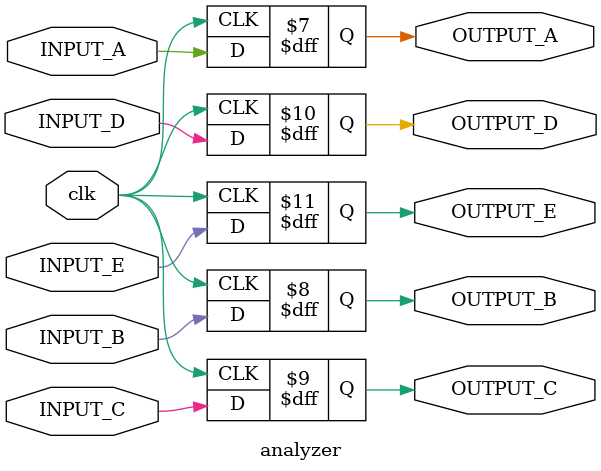
<source format=v>
module analyzer (clk, INPUT_A, INPUT_B, INPUT_C, INPUT_D, INPUT_E, OUTPUT_A, OUTPUT_B, OUTPUT_C, OUTPUT_D, OUTPUT_E);
   
   input clk;
   input INPUT_A;
	input INPUT_B;
	input INPUT_C;
   input INPUT_D;
   input INPUT_E;

	output reg OUTPUT_A = 1'b0;
	output reg OUTPUT_B = 1'b0;
	output reg OUTPUT_C = 1'b0;
	output reg OUTPUT_D = 1'b0;
	output reg OUTPUT_E = 1'b0;

	always @(posedge clk) begin
   OUTPUT_A <= INPUT_A;
	OUTPUT_B <= INPUT_B;
	OUTPUT_C <= INPUT_C;
   OUTPUT_D <= INPUT_D;
   OUTPUT_E <= INPUT_E;

   end


endmodule

</source>
